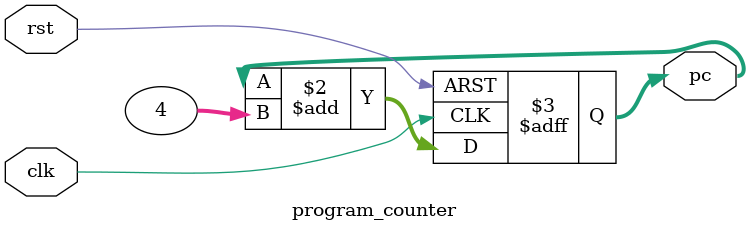
<source format=v>

module program_counter (
    input wire clk,           // Clock
    input wire rst,           // Reset
    output reg [31:0] pc      // Current Address (Where are we?)
);

    always @(posedge clk or posedge rst) begin
        if (rst) begin
            pc <= 32'b0;      // Start at line 0
        end else begin
            pc <= pc + 4;     // Move to next line (Instructions are 4 bytes wide)
        end
    end

endmodule

</source>
